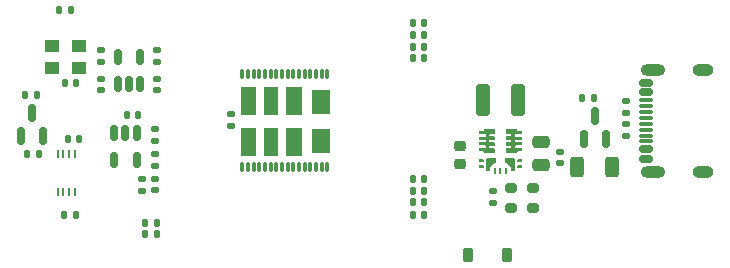
<source format=gtp>
G04 #@! TF.GenerationSoftware,KiCad,Pcbnew,8.0.1-8.0.1-1~ubuntu22.04.1*
G04 #@! TF.CreationDate,2024-08-12T13:14:35+02:00*
G04 #@! TF.ProjectId,NerdNOS,4e657264-4e4f-4532-9e6b-696361645f70,rev?*
G04 #@! TF.SameCoordinates,Original*
G04 #@! TF.FileFunction,Paste,Top*
G04 #@! TF.FilePolarity,Positive*
%FSLAX46Y46*%
G04 Gerber Fmt 4.6, Leading zero omitted, Abs format (unit mm)*
G04 Created by KiCad (PCBNEW 8.0.1-8.0.1-1~ubuntu22.04.1) date 2024-08-12 13:14:35*
%MOMM*%
%LPD*%
G01*
G04 APERTURE LIST*
G04 Aperture macros list*
%AMRoundRect*
0 Rectangle with rounded corners*
0 $1 Rounding radius*
0 $2 $3 $4 $5 $6 $7 $8 $9 X,Y pos of 4 corners*
0 Add a 4 corners polygon primitive as box body*
4,1,4,$2,$3,$4,$5,$6,$7,$8,$9,$2,$3,0*
0 Add four circle primitives for the rounded corners*
1,1,$1+$1,$2,$3*
1,1,$1+$1,$4,$5*
1,1,$1+$1,$6,$7*
1,1,$1+$1,$8,$9*
0 Add four rect primitives between the rounded corners*
20,1,$1+$1,$2,$3,$4,$5,0*
20,1,$1+$1,$4,$5,$6,$7,0*
20,1,$1+$1,$6,$7,$8,$9,0*
20,1,$1+$1,$8,$9,$2,$3,0*%
G04 Aperture macros list end*
%ADD10C,0.000000*%
%ADD11C,0.100000*%
%ADD12RoundRect,0.150000X0.150000X-0.512500X0.150000X0.512500X-0.150000X0.512500X-0.150000X-0.512500X0*%
%ADD13RoundRect,0.135000X0.185000X-0.135000X0.185000X0.135000X-0.185000X0.135000X-0.185000X-0.135000X0*%
%ADD14RoundRect,0.140000X-0.170000X0.140000X-0.170000X-0.140000X0.170000X-0.140000X0.170000X0.140000X0*%
%ADD15RoundRect,0.140000X0.140000X0.170000X-0.140000X0.170000X-0.140000X-0.170000X0.140000X-0.170000X0*%
%ADD16RoundRect,0.140000X-0.140000X-0.170000X0.140000X-0.170000X0.140000X0.170000X-0.140000X0.170000X0*%
%ADD17RoundRect,0.140000X0.170000X-0.140000X0.170000X0.140000X-0.170000X0.140000X-0.170000X-0.140000X0*%
%ADD18RoundRect,0.150000X0.150000X-0.587500X0.150000X0.587500X-0.150000X0.587500X-0.150000X-0.587500X0*%
%ADD19RoundRect,0.135000X-0.185000X0.135000X-0.185000X-0.135000X0.185000X-0.135000X0.185000X0.135000X0*%
%ADD20RoundRect,0.225000X-0.225000X-0.375000X0.225000X-0.375000X0.225000X0.375000X-0.225000X0.375000X0*%
%ADD21R,0.220000X0.599999*%
%ADD22RoundRect,0.150000X0.425000X-0.150000X0.425000X0.150000X-0.425000X0.150000X-0.425000X-0.150000X0*%
%ADD23RoundRect,0.075000X0.500000X-0.075000X0.500000X0.075000X-0.500000X0.075000X-0.500000X-0.075000X0*%
%ADD24O,2.100000X1.000000*%
%ADD25O,1.800000X1.000000*%
%ADD26RoundRect,0.135000X-0.135000X-0.185000X0.135000X-0.185000X0.135000X0.185000X-0.135000X0.185000X0*%
%ADD27RoundRect,0.135000X0.135000X0.185000X-0.135000X0.185000X-0.135000X-0.185000X0.135000X-0.185000X0*%
%ADD28R,1.300000X1.100000*%
%ADD29RoundRect,0.250000X-0.325000X-1.100000X0.325000X-1.100000X0.325000X1.100000X-0.325000X1.100000X0*%
%ADD30RoundRect,0.250000X-0.312500X-0.625000X0.312500X-0.625000X0.312500X0.625000X-0.312500X0.625000X0*%
%ADD31RoundRect,0.200000X-0.275000X0.200000X-0.275000X-0.200000X0.275000X-0.200000X0.275000X0.200000X0*%
%ADD32RoundRect,0.200000X0.275000X-0.200000X0.275000X0.200000X-0.275000X0.200000X-0.275000X-0.200000X0*%
%ADD33RoundRect,0.135000X-0.000010X0.295000X-0.000010X-0.295000X0.000010X-0.295000X0.000010X0.295000X0*%
%ADD34R,0.254000X0.762000*%
%ADD35RoundRect,0.150000X-0.150000X0.512500X-0.150000X-0.512500X0.150000X-0.512500X0.150000X0.512500X0*%
%ADD36RoundRect,0.250000X0.475000X-0.250000X0.475000X0.250000X-0.475000X0.250000X-0.475000X-0.250000X0*%
%ADD37RoundRect,0.225000X-0.250000X0.225000X-0.250000X-0.225000X0.250000X-0.225000X0.250000X0.225000X0*%
G04 APERTURE END LIST*
D10*
G36*
X121150001Y-69489999D02*
G01*
X121150001Y-69639999D01*
X121100001Y-69689999D01*
X120750002Y-69689999D01*
X120700002Y-69639999D01*
X120700002Y-69489999D01*
X120750002Y-69440000D01*
X121100001Y-69440000D01*
X121150001Y-69489999D01*
G37*
G36*
X121150001Y-69990001D02*
G01*
X121150001Y-70140001D01*
X121100001Y-70190001D01*
X120750002Y-70190001D01*
X120700002Y-70140001D01*
X120700002Y-69990001D01*
X120750002Y-69940001D01*
X121100001Y-69940001D01*
X121150001Y-69990001D01*
G37*
G36*
X124400000Y-69489999D02*
G01*
X124400000Y-69639999D01*
X124350000Y-69689999D01*
X124000001Y-69689999D01*
X123950001Y-69639999D01*
X123950001Y-69489999D01*
X124000001Y-69440000D01*
X124350000Y-69440000D01*
X124400000Y-69489999D01*
G37*
G36*
X124400000Y-69990001D02*
G01*
X124400000Y-70140001D01*
X124350000Y-70190001D01*
X124000001Y-70190001D01*
X123950001Y-70140001D01*
X123950001Y-69990001D01*
X124000001Y-69940001D01*
X124350000Y-69940001D01*
X124400000Y-69990001D01*
G37*
G36*
X122200002Y-69400000D02*
G01*
X122200002Y-69699999D01*
X122150002Y-69749999D01*
X122061003Y-69749999D01*
X122025001Y-69765000D01*
X121665002Y-70124999D01*
X121650000Y-70160999D01*
X121650003Y-70354999D01*
X121600000Y-70404999D01*
X121400001Y-70404999D01*
X121350001Y-70355001D01*
X121350001Y-69400000D01*
X121400001Y-69350000D01*
X122150002Y-69350000D01*
X122200002Y-69400000D01*
G37*
G36*
X123750001Y-69400000D02*
G01*
X123750001Y-70354999D01*
X123700001Y-70404999D01*
X123500002Y-70404999D01*
X123449999Y-70354999D01*
X123450002Y-70160999D01*
X123435000Y-70124999D01*
X123075001Y-69765000D01*
X123038999Y-69749999D01*
X122950000Y-69749999D01*
X122900000Y-69699999D01*
X122900000Y-69400000D01*
X122950000Y-69350000D01*
X123700001Y-69350000D01*
X123750001Y-69400000D01*
G37*
G36*
X122090004Y-66910000D02*
G01*
X122090002Y-67249999D01*
X122040002Y-67299999D01*
X121670000Y-67300001D01*
X121620000Y-67350001D01*
X121620000Y-67450001D01*
X121670000Y-67499998D01*
X122040002Y-67500001D01*
X122090002Y-67550001D01*
X122090002Y-67750000D01*
X122040002Y-67800000D01*
X121670000Y-67800000D01*
X121620000Y-67850003D01*
X121620000Y-67950000D01*
X121670000Y-68000000D01*
X122040002Y-68000000D01*
X122089999Y-68050002D01*
X122090002Y-68249999D01*
X122040002Y-68299999D01*
X121670000Y-68299999D01*
X121620000Y-68349999D01*
X121620000Y-68450002D01*
X121670000Y-68499999D01*
X122040002Y-68500004D01*
X122090002Y-68550001D01*
X122090002Y-68890001D01*
X122039999Y-68940001D01*
X121200001Y-68939998D01*
X121150001Y-68890001D01*
X121150001Y-68824997D01*
X121100001Y-68775000D01*
X120750002Y-68774989D01*
X120700000Y-68725000D01*
X120700005Y-68574990D01*
X120750002Y-68525000D01*
X121250001Y-68525008D01*
X121300001Y-68475000D01*
X121300001Y-68325003D01*
X121250001Y-68275001D01*
X120750002Y-68275001D01*
X120700002Y-68225001D01*
X120700002Y-68075001D01*
X120750002Y-68025001D01*
X121250001Y-68025001D01*
X121300001Y-67974999D01*
X121300001Y-67824999D01*
X121250001Y-67775002D01*
X120750002Y-67775002D01*
X120700002Y-67724999D01*
X120700002Y-67574999D01*
X120750002Y-67525000D01*
X121250001Y-67525002D01*
X121300001Y-67475000D01*
X121300001Y-67325000D01*
X121250001Y-67275000D01*
X120750002Y-67275000D01*
X120700002Y-67225000D01*
X120700002Y-67075000D01*
X120750002Y-67025001D01*
X121100001Y-67025001D01*
X121150001Y-66975001D01*
X121150001Y-66910000D01*
X121200001Y-66860000D01*
X122040002Y-66860000D01*
X122090004Y-66910000D01*
G37*
G36*
X123950001Y-66910000D02*
G01*
X123950001Y-66975001D01*
X124000001Y-67025001D01*
X124350000Y-67025001D01*
X124400000Y-67075000D01*
X124400000Y-67225000D01*
X124350000Y-67275000D01*
X123850001Y-67275000D01*
X123800001Y-67325000D01*
X123800001Y-67475000D01*
X123850001Y-67525002D01*
X124350000Y-67525000D01*
X124400000Y-67574999D01*
X124400000Y-67724999D01*
X124350000Y-67775002D01*
X123850001Y-67775002D01*
X123800001Y-67824999D01*
X123800001Y-67975001D01*
X123850001Y-68025001D01*
X124350000Y-68025001D01*
X124400000Y-68075001D01*
X124400000Y-68225001D01*
X124350000Y-68275001D01*
X123850001Y-68275001D01*
X123800001Y-68325003D01*
X123800001Y-68475000D01*
X123850001Y-68525008D01*
X124350000Y-68525000D01*
X124399997Y-68574990D01*
X124400002Y-68725000D01*
X124350000Y-68774989D01*
X124000001Y-68775000D01*
X123950001Y-68824999D01*
X123950001Y-68890001D01*
X123900001Y-68939998D01*
X123060003Y-68940001D01*
X123010000Y-68890001D01*
X123010000Y-68550001D01*
X123060000Y-68500004D01*
X123430002Y-68499999D01*
X123480002Y-68450002D01*
X123480002Y-68349999D01*
X123430002Y-68299999D01*
X123060000Y-68299999D01*
X123010000Y-68249999D01*
X123010003Y-68050002D01*
X123060000Y-68000000D01*
X123430002Y-68000000D01*
X123480002Y-67950000D01*
X123480002Y-67850003D01*
X123430002Y-67800000D01*
X123060003Y-67800000D01*
X123010000Y-67750000D01*
X123010000Y-67550001D01*
X123060000Y-67500001D01*
X123430002Y-67499998D01*
X123480002Y-67450001D01*
X123480002Y-67350001D01*
X123430002Y-67300001D01*
X123060000Y-67300001D01*
X123010000Y-67249999D01*
X123009998Y-66910000D01*
X123060000Y-66860000D01*
X123900001Y-66860000D01*
X123950001Y-66910000D01*
G37*
D11*
X101800000Y-63300000D02*
X100540000Y-63300000D01*
X100540000Y-65600000D01*
X101800000Y-65600000D01*
X101800000Y-63300000D01*
G36*
X101800000Y-63300000D02*
G01*
X100540000Y-63300000D01*
X100540000Y-65600000D01*
X101800000Y-65600000D01*
X101800000Y-63300000D01*
G37*
X101800000Y-66800000D02*
X100540000Y-66800000D01*
X100540000Y-69100000D01*
X101800000Y-69100000D01*
X101800000Y-66800000D01*
G36*
X101800000Y-66800000D02*
G01*
X100540000Y-66800000D01*
X100540000Y-69100000D01*
X101800000Y-69100000D01*
X101800000Y-66800000D01*
G37*
X103660000Y-66800000D02*
X102540000Y-66800000D01*
X102540000Y-69100000D01*
X103660000Y-69100000D01*
X103660000Y-66800000D01*
G36*
X103660000Y-66800000D02*
G01*
X102540000Y-66800000D01*
X102540000Y-69100000D01*
X103660000Y-69100000D01*
X103660000Y-66800000D01*
G37*
X103670000Y-63300000D02*
X102550000Y-63300000D01*
X102550000Y-65600000D01*
X103670000Y-65600000D01*
X103670000Y-63300000D01*
G36*
X103670000Y-63300000D02*
G01*
X102550000Y-63300000D01*
X102550000Y-65600000D01*
X103670000Y-65600000D01*
X103670000Y-63300000D01*
G37*
X105660000Y-63300000D02*
X104400000Y-63300000D01*
X104400000Y-65600000D01*
X105660000Y-65600000D01*
X105660000Y-63300000D01*
G36*
X105660000Y-63300000D02*
G01*
X104400000Y-63300000D01*
X104400000Y-65600000D01*
X105660000Y-65600000D01*
X105660000Y-63300000D01*
G37*
X105660000Y-66800000D02*
X104400000Y-66800000D01*
X104400000Y-69100000D01*
X105660000Y-69100000D01*
X105660000Y-66800000D01*
G36*
X105660000Y-66800000D02*
G01*
X104400000Y-66800000D01*
X104400000Y-69100000D01*
X105660000Y-69100000D01*
X105660000Y-66800000D01*
G37*
X108000000Y-65500000D02*
X106600000Y-65500000D01*
X106600000Y-63540000D01*
X108000000Y-63540000D01*
X108000000Y-65500000D01*
G36*
X108000000Y-65500000D02*
G01*
X106600000Y-65500000D01*
X106600000Y-63540000D01*
X108000000Y-63540000D01*
X108000000Y-65500000D01*
G37*
X108000000Y-68860000D02*
X106600000Y-68860000D01*
X106600000Y-66900000D01*
X108000000Y-66900000D01*
X108000000Y-68860000D01*
G36*
X108000000Y-68860000D02*
G01*
X106600000Y-68860000D01*
X106600000Y-66900000D01*
X108000000Y-66900000D01*
X108000000Y-68860000D01*
G37*
D12*
X90150001Y-63037500D03*
X91100000Y-63037500D03*
X92049999Y-63037500D03*
X92049999Y-60762500D03*
X90150001Y-60762500D03*
D13*
X133165000Y-65550000D03*
X133165000Y-64530000D03*
D14*
X93500000Y-62620000D03*
X93500000Y-63580000D03*
D15*
X116080000Y-59900000D03*
X115120000Y-59900000D03*
D16*
X85620000Y-74200000D03*
X86580000Y-74200000D03*
D17*
X127600000Y-69780000D03*
X127600000Y-68820000D03*
D18*
X81950000Y-67437500D03*
X83850000Y-67437500D03*
X82900000Y-65562500D03*
D15*
X116080000Y-57880000D03*
X115120000Y-57880000D03*
D19*
X133165000Y-66430000D03*
X133165000Y-67450000D03*
D14*
X88700000Y-62620000D03*
X88700000Y-63580000D03*
D13*
X92200000Y-72109999D03*
X92200000Y-71090001D03*
D20*
X119812500Y-77510000D03*
X123112500Y-77510000D03*
D21*
X122050002Y-70464999D03*
X122550001Y-70464999D03*
X123050000Y-70464999D03*
D22*
X134910000Y-69390000D03*
X134910000Y-68590000D03*
D23*
X134910000Y-67440000D03*
X134910000Y-66440000D03*
X134910000Y-65940000D03*
X134910000Y-64940000D03*
D22*
X134910000Y-62990000D03*
X134910000Y-63790000D03*
D23*
X134910000Y-64440000D03*
X134910000Y-65440000D03*
X134910000Y-66940000D03*
X134910000Y-67940000D03*
D24*
X135485000Y-70510000D03*
D25*
X139665000Y-70510000D03*
D24*
X135485000Y-61870000D03*
D25*
X139665000Y-61870000D03*
D16*
X115120000Y-74200000D03*
X116080000Y-74200000D03*
D17*
X93300000Y-69980000D03*
X93300000Y-69020000D03*
D26*
X129490000Y-64250000D03*
X130510000Y-64250000D03*
D16*
X115120000Y-73100000D03*
X116080000Y-73100000D03*
D27*
X93510000Y-74800000D03*
X92490000Y-74800000D03*
D15*
X116080000Y-58900000D03*
X115120000Y-58900000D03*
D26*
X92480002Y-75800000D03*
X93500000Y-75800000D03*
D28*
X84550000Y-61750000D03*
X86850000Y-61750000D03*
X86850000Y-59850000D03*
X84550000Y-59850000D03*
D15*
X86600000Y-63000000D03*
X85640000Y-63000000D03*
D29*
X121045000Y-64390000D03*
X123995000Y-64390000D03*
D17*
X93300000Y-67880000D03*
X93300000Y-66920000D03*
D16*
X85920000Y-67700000D03*
X86880000Y-67700000D03*
D30*
X129037500Y-70100000D03*
X131962500Y-70100000D03*
D14*
X93500000Y-60220000D03*
X93500000Y-61180000D03*
D31*
X123400000Y-71905000D03*
X123400000Y-73555000D03*
D27*
X83300000Y-64000000D03*
X82280000Y-64000000D03*
D32*
X125270000Y-73550000D03*
X125270000Y-71900000D03*
D33*
X107900000Y-62265400D03*
X107420000Y-62265400D03*
X106940000Y-62265400D03*
X106460000Y-62265400D03*
X105980000Y-62265400D03*
X105500000Y-62265400D03*
X105020000Y-62265400D03*
X104540000Y-62265400D03*
X104060000Y-62265400D03*
X103580000Y-62265400D03*
X103100000Y-62265400D03*
X102620000Y-62265400D03*
X102140000Y-62265400D03*
X101660000Y-62265400D03*
X101180000Y-62265400D03*
X100700000Y-62265400D03*
X100700000Y-70134600D03*
X101180000Y-70134600D03*
X101660000Y-70134600D03*
X102140000Y-70134600D03*
X102620000Y-70134600D03*
X103100000Y-70134600D03*
X103580000Y-70134600D03*
X104060000Y-70134600D03*
X104540000Y-70134600D03*
X105020000Y-70134600D03*
X105500000Y-70134600D03*
X105980000Y-70134600D03*
X106460000Y-70134600D03*
X106940000Y-70134600D03*
X107420000Y-70134600D03*
X107900000Y-70134600D03*
D34*
X85049811Y-72174800D03*
X85549937Y-72174800D03*
X86050063Y-72174800D03*
X86550189Y-72174800D03*
X86550189Y-69025200D03*
X86050063Y-69025200D03*
X85549937Y-69025200D03*
X85049811Y-69025200D03*
D15*
X91880000Y-65700000D03*
X90920000Y-65700000D03*
D14*
X88700000Y-60220000D03*
X88700000Y-61180000D03*
D16*
X115120000Y-72100000D03*
X116080000Y-72100000D03*
D26*
X85190000Y-56800000D03*
X86210000Y-56800000D03*
D16*
X115120000Y-71100000D03*
X116080000Y-71100000D03*
D19*
X99700000Y-65590000D03*
X99700000Y-66610000D03*
D35*
X91749999Y-67262500D03*
X90800000Y-67262500D03*
X89850001Y-67262500D03*
X89850001Y-69537500D03*
X91749999Y-69537500D03*
D18*
X129580000Y-67687500D03*
X131480000Y-67687500D03*
X130530000Y-65812500D03*
D15*
X116080000Y-60900000D03*
X115120000Y-60900000D03*
D14*
X93300000Y-71120000D03*
X93300000Y-72080000D03*
D36*
X125980000Y-69910000D03*
X125980000Y-68010000D03*
D37*
X119090000Y-68315000D03*
X119090000Y-69865000D03*
D27*
X83510000Y-69000000D03*
X82490000Y-69000000D03*
D19*
X121900000Y-72090000D03*
X121900000Y-73110000D03*
M02*

</source>
